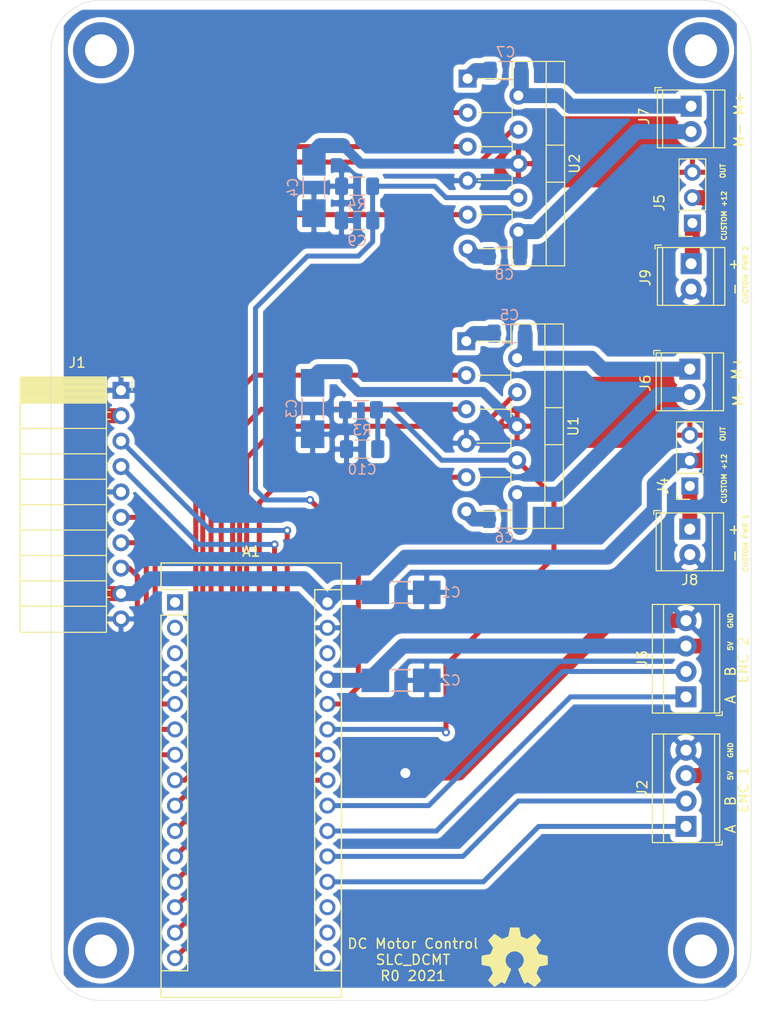
<source format=kicad_pcb>
(kicad_pcb (version 20211014) (generator pcbnew)
  (layers (0 "F.Cu" signal) (31 "B.Cu" signal) (34 "B.Paste" user) (35 "F.Paste" user) (36 "B.SilkS" user "B.Silkscreen") (37 "F.SilkS" user "F.Silkscreen") (38 "B.Mask" user) (39 "F.Mask" user) (44 "Edge.Cuts" user))
  (net 0 "")
  (net 1 "Net-(A1-Pad16)")
  (net 2 "GND")
  (net 3 "Net-(A1-Pad28)")
  (net 4 "+5V")
  (net 5 "/I2C_CLK")
  (net 6 "/I2C_DAT")
  (net 7 "/SYNC")
  (net 8 "/E_STOP")
  (net 9 "Net-(A1-Pad3)")
  (net 10 "Net-(A1-Pad18)")
  (net 11 "Net-(A1-Pad2)")
  (net 12 "Net-(A1-Pad17)")
  (net 13 "Net-(A1-Pad1)")
  (net 14 "+12V")
  (net 15 "/INT")
  (net 16 "/A1")
  (net 17 "/B1")
  (net 18 "/A2")
  (net 19 "/B2")
  (net 20 "/BR1")
  (net 21 "/BR2")
  (net 22 "/CSEN1")
  (net 23 "/DIR1")
  (net 24 "/CSEN2")
  (net 25 "/DIR2")
  (net 26 "/MC1")
  (net 27 "/MC2")
  (net 28 "/THRM1")
  (net 29 "/THRM2")
  (net 30 "Net-(C3-Pad1)")
  (net 31 "Net-(C4-Pad1)")
  (net 32 "Net-(C5-Pad2)")
  (net 33 "Net-(C5-Pad1)")
  (net 34 "Net-(C6-Pad2)")
  (net 35 "Net-(C6-Pad1)")
  (net 36 "Net-(C7-Pad2)")
  (net 37 "Net-(C7-Pad1)")
  (net 38 "Net-(C8-Pad2)")
  (net 39 "Net-(C8-Pad1)")
  (net 40 "/CUST2")
  (net 41 "/CUST1")
  (footprint "MountingHole:MountingHole_3.2mm_M3_DIN965_Pad" (layer "F.Cu") (at 127.6 44.8)
    (fp_text reference "H1" hide)
    (fp_text value "MountingHole")
    (pad "1" thru_hole circle locked (at 0 0) (size 5.6 5.6) (drill 3.2) (layers *.Cu *.Mask))
  )
  (footprint "MountingHole:MountingHole_3.2mm_M3_DIN965_Pad" (layer "F.Cu") (at 187.6 44.8)
    (fp_text reference "H2" hide)
    (fp_text value "MountingHole")
    (pad "1" thru_hole circle locked (at 0 0) (size 5.6 5.6) (drill 3.2) (layers *.Cu *.Mask))
  )
  (footprint "MountingHole:MountingHole_3.2mm_M3_DIN965_Pad" (layer "F.Cu") (at 127.6 134.8)
    (fp_text reference "H3" hide)
    (fp_text value "MountingHole")
    (pad "1" thru_hole circle locked (at 0 0) (size 5.6 5.6) (drill 3.2) (layers *.Cu *.Mask))
  )
  (footprint "MountingHole:MountingHole_3.2mm_M3_DIN965_Pad" (layer "F.Cu") (at 187.6 134.8)
    (fp_text reference "H4" hide)
    (fp_text value "MountingHole")
    (pad "1" thru_hole circle locked (at 0 0) (size 5.6 5.6) (drill 3.2) (layers *.Cu *.Mask))
  )
  (footprint "Module:Arduino_Nano" (layer "F.Cu") (at 135 100)
    (fp_text reference "A1" (at 7.62 -5.08) (layer "F.SilkS"))
    (fp_text value "Arduino_Nano_v3.x")
    (pad "1" thru_hole rect locked (at 0 0) (size 1.6 1.6) (drill 1) (layers *.Cu *.Mask) (net 13 "Net-(A1-Pad1)"))
    (pad "2" thru_hole oval locked (at 0 2.54) (size 1.6 1.6) (drill 1) (layers *.Cu *.Mask) (net 11 "Net-(A1-Pad2)"))
    (pad "3" thru_hole oval locked (at 0 5.08) (size 1.6 1.6) (drill 1) (layers *.Cu *.Mask) (net 9 "Net-(A1-Pad3)"))
    (pad "4" thru_hole oval locked (at 0 7.62) (size 1.6 1.6) (drill 1) (layers *.Cu *.Mask) (net 2 "GND"))
    (pad "5" thru_hole oval locked (at 0 10.16) (size 1.6 1.6) (drill 1) (layers *.Cu *.Mask) (net 8 "/E_STOP"))
    (pad "6" thru_hole oval locked (at 0 12.7) (size 1.6 1.6) (drill 1) (layers *.Cu *.Mask) (net 15 "/INT"))
    (pad "7" thru_hole oval locked (at 0 15.24) (size 1.6 1.6) (drill 1) (layers *.Cu *.Mask) (net 7 "/SYNC"))
    (pad "8" thru_hole oval locked (at 0 17.78) (size 1.6 1.6) (drill 1) (layers *.Cu *.Mask) (net 25 "/DIR2"))
    (pad "9" thru_hole oval locked (at 0 20.32) (size 1.6 1.6) (drill 1) (layers *.Cu *.Mask) (net 27 "/MC2"))
    (pad "10" thru_hole oval locked (at 0 22.86) (size 1.6 1.6) (drill 1) (layers *.Cu *.Mask) (net 21 "/BR2"))
    (pad "11" thru_hole oval locked (at 0 25.4) (size 1.6 1.6) (drill 1) (layers *.Cu *.Mask) (net 29 "/THRM2"))
    (pad "12" thru_hole oval locked (at 0 27.94) (size 1.6 1.6) (drill 1) (layers *.Cu *.Mask) (net 23 "/DIR1"))
    (pad "13" thru_hole oval locked (at 0 30.48) (size 1.6 1.6) (drill 1) (layers *.Cu *.Mask) (net 26 "/MC1"))
    (pad "14" thru_hole oval locked (at 0 33.02) (size 1.6 1.6) (drill 1) (layers *.Cu *.Mask) (net 20 "/BR1"))
    (pad "15" thru_hole oval locked (at 0 35.56) (size 1.6 1.6) (drill 1) (layers *.Cu *.Mask) (net 28 "/THRM1"))
    (pad "16" thru_hole oval locked (at 15.24 35.56) (size 1.6 1.6) (drill 1) (layers *.Cu *.Mask) (net 1 "Net-(A1-Pad16)"))
    (pad "17" thru_hole oval locked (at 15.24 33.02) (size 1.6 1.6) (drill 1) (layers *.Cu *.Mask) (net 12 "Net-(A1-Pad17)"))
    (pad "18" thru_hole oval locked (at 15.24 30.48) (size 1.6 1.6) (drill 1) (layers *.Cu *.Mask) (net 10 "Net-(A1-Pad18)"))
    (pad "19" thru_hole oval locked (at 15.24 27.94) (size 1.6 1.6) (drill 1) (layers *.Cu *.Mask) (net 16 "/A1"))
    (pad "20" thru_hole oval locked (at 15.24 25.4) (size 1.6 1.6) (drill 1) (layers *.Cu *.Mask) (net 17 "/B1"))
    (pad "21" thru_hole oval locked (at 15.24 22.86) (size 1.6 1.6) (drill 1) (layers *.Cu *.Mask) (net 18 "/A2"))
    (pad "22" thru_hole oval locked (at 15.24 20.32) (size 1.6 1.6) (drill 1) (layers *.Cu *.Mask) (net 19 "/B2"))
    (pad "23" thru_hole oval locked (at 15.24 17.78) (size 1.6 1.6) (drill 1) (layers *.Cu *.Mask) (net 6 "/I2C_DAT"))
    (pad "24" thru_hole oval locked (at 15.24 15.24) (size 1.6 1.6) (drill 1) (layers *.Cu *.Mask) (net 5 "/I2C_CLK"))
    (pad "25" thru_hole oval locked (at 15.24 12.7) (size 1.6 1.6) (drill 1) (layers *.Cu *.Mask) (net 22 "/CSEN1"))
    (pad "26" thru_hole oval locked (at 15.24 10.16) (size 1.6 1.6) (drill 1) (layers *.Cu *.Mask) (net 24 "/CSEN2"))
    (pad "27" thru_hole oval locked (at 15.24 7.62) (size 1.6 1.6) (drill 1) (layers *.Cu *.Mask) (net 4 "+5V"))
    (pad "28" thru_hole oval locked (at 15.24 5.08) (size 1.6 1.6) (drill 1) (layers *.Cu *.Mask) (net 3 "Net-(A1-Pad28)"))
    (pad "29" thru_hole oval locked (at 15.24 2.54) (size 1.6 1.6) (drill 1) (layers *.Cu *.Mask) (net 2 "GND"))
    (pad "30" thru_hole oval locked (at 15.24 0) (size 1.6 1.6) (drill 1) (layers *.Cu *.Mask) (net 14 "+12V"))
  )
  (footprint "Connector_PinSocket_2.54mm:PinSocket_1x10_P2.54mm_Horizontal" (layer "F.Cu") (at 129.6 78.8)
    (fp_text reference "J1" (at -4.38 -2.77) (layer "F.SilkS"))
    (fp_text value "Conn_01x10_Female")
    (pad "1" thru_hole rect locked (at 0 0) (size 1.7 1.7) (drill 1) (layers *.Cu *.Mask) (net 2 "GND"))
    (pad "2" thru_hole oval locked (at 0 2.54) (size 1.7 1.7) (drill 1) (layers *.Cu *.Mask) (net 14 "+12V"))
    (pad "3" thru_hole oval locked (at 0 5.08) (size 1.7 1.7) (drill 1) (layers *.Cu *.Mask) (net 5 "/I2C_CLK"))
    (pad "4" thru_hole oval locked (at 0 7.62) (size 1.7 1.7) (drill 1) (layers *.Cu *.Mask) (net 6 "/I2C_DAT"))
    (pad "5" thru_hole oval locked (at 0 10.16) (size 1.7 1.7) (drill 1) (layers *.Cu *.Mask) (net 2 "GND"))
    (pad "6" thru_hole oval locked (at 0 12.7) (size 1.7 1.7) (drill 1) (layers *.Cu *.Mask) (net 8 "/E_STOP"))
    (pad "7" thru_hole oval locked (at 0 15.24) (size 1.7 1.7) (drill 1) (layers *.Cu *.Mask) (net 15 "/INT"))
    (pad "8" thru_hole oval locked (at 0 17.78) (size 1.7 1.7) (drill 1) (layers *.Cu *.Mask) (net 7 "/SYNC"))
    (pad "9" thru_hole oval locked (at 0 20.32) (size 1.7 1.7) (drill 1) (layers *.Cu *.Mask) (net 14 "+12V"))
    (pad "10" thru_hole oval locked (at 0 22.86) (size 1.7 1.7) (drill 1) (layers *.Cu *.Mask) (net 2 "GND"))
  )
  (footprint "Symbol:OSHW-Symbol_6.7x6mm_SilkScreen" (layer "F.Cu") (at 168.955 135.482)
    (fp_text reference "Logo1" hide)
    (fp_text value "Logo_Open_Hardware_Small" hide)
  )
  (footprint "TerminalBlock_TE-Connectivity:TerminalBlock_TE_282834-4_1x04_P2.54mm_Horizontal" (layer "F.Cu") (at 186.1 122.401 90)
    (fp_text reference "J2" (at 3.81 -4.37 90) (layer "F.SilkS"))
    (fp_text value "Screw_Terminal_01x04")
    (pad "1" thru_hole rect locked (at 0 0 90) (size 2.1 2.1) (drill 1.1) (layers *.Cu *.Mask) (net 16 "/A1"))
    (pad "2" thru_hole circle locked (at 2.54 0 90) (size 2.1 2.1) (drill 1.1) (layers *.Cu *.Mask) (net 17 "/B1"))
    (pad "3" thru_hole circle locked (at 5.08 0 90) (size 2.1 2.1) (drill 1.1) (layers *.Cu *.Mask) (net 4 "+5V"))
    (pad "4" thru_hole circle locked (at 7.62 0 90) (size 2.1 2.1) (drill 1.1) (layers *.Cu *.Mask) (net 2 "GND"))
  )
  (footprint "TerminalBlock_TE-Connectivity:TerminalBlock_TE_282834-4_1x04_P2.54mm_Horizontal" (layer "F.Cu") (at 186.1 109.447 90)
    (fp_text reference "J3" (at 3.81 -4.37 90) (layer "F.SilkS"))
    (fp_text value "Screw_Terminal_01x04")
    (pad "1" thru_hole rect locked (at 0 0 90) (size 2.1 2.1) (drill 1.1) (layers *.Cu *.Mask) (net 18 "/A2"))
    (pad "2" thru_hole circle locked (at 2.54 0 90) (size 2.1 2.1) (drill 1.1) (layers *.Cu *.Mask) (net 19 "/B2"))
    (pad "3" thru_hole circle locked (at 5.08 0 90) (size 2.1 2.1) (drill 1.1) (layers *.Cu *.Mask) (net 4 "+5V"))
    (pad "4" thru_hole circle locked (at 7.62 0 90) (size 2.1 2.1) (drill 1.1) (layers *.Cu *.Mask) (net 2 "GND"))
  )
  (footprint "Connector_PinSocket_2.54mm:PinSocket_1x03_P2.54mm_Vertical" (layer "F.Cu") (at 186.481 88.365 180)
    (fp_text reference "J4" (at 2.667 0 270) (layer "F.SilkS"))
    (fp_text value "Conn_01x03_Male")
    (pad "1" thru_hole rect locked (at 0 0 180) (size 1.7 1.7) (drill 1) (layers *.Cu *.Mask) (net 41 "/CUST1"))
    (pad "2" thru_hole oval locked (at 0 2.54 180) (size 1.7 1.7) (drill 1) (layers *.Cu *.Mask) (net 14 "+12V"))
    (pad "3" thru_hole oval locked (at 0 5.08 180) (size 1.7 1.7) (drill 1) (layers *.Cu *.Mask) (net 30 "Net-(C3-Pad1)"))
  )
  (footprint "Connector_PinSocket_2.54mm:PinSocket_1x03_P2.54mm_Vertical" (layer "F.Cu") (at 186.735 62.076 180)
    (fp_text reference "J5" (at 3.302 2.032 90) (layer "F.SilkS"))
    (fp_text value "Conn_01x03_Male")
    (pad "1" thru_hole rect locked (at 0 0 180) (size 1.7 1.7) (drill 1) (layers *.Cu *.Mask) (net 40 "/CUST2"))
    (pad "2" thru_hole oval locked (at 0 2.54 180) (size 1.7 1.7) (drill 1) (layers *.Cu *.Mask) (net 14 "+12V"))
    (pad "3" thru_hole oval locked (at 0 5.08 180) (size 1.7 1.7) (drill 1) (layers *.Cu *.Mask) (net 31 "Net-(C4-Pad1)"))
  )
  (footprint "TerminalBlock_TE-Connectivity:TerminalBlock_TE_282834-2_1x02_P2.54mm_Horizontal" (layer "F.Cu") (at 186.481 76.681 -90)
    (fp_text reference "J6" (at 1.397 4.445 90) (layer "F.SilkS"))
    (fp_text value "Screw_Terminal_01x02")
    (pad "1" thru_hole rect locked (at 0 0 270) (size 2.1 2.1) (drill 1.1) (layers *.Cu *.Mask) (net 33 "Net-(C5-Pad1)"))
    (pad "2" thru_hole circle locked (at 2.54 0 270) (size 2.1 2.1) (drill 1.1) (layers *.Cu *.Mask) (net 34 "Net-(C6-Pad2)"))
  )
  (footprint "TerminalBlock_TE-Connectivity:TerminalBlock_TE_282834-2_1x02_P2.54mm_Horizontal" (layer "F.Cu") (at 186.608 50.392 -90)
    (fp_text reference "J7" (at 1.016 4.699 90) (layer "F.SilkS"))
    (fp_text value "Screw_Terminal_01x02")
    (pad "1" thru_hole rect locked (at 0 0 270) (size 2.1 2.1) (drill 1.1) (layers *.Cu *.Mask) (net 37 "Net-(C7-Pad1)"))
    (pad "2" thru_hole circle locked (at 2.54 0 270) (size 2.1 2.1) (drill 1.1) (layers *.Cu *.Mask) (net 38 "Net-(C8-Pad2)"))
  )
  (footprint "TerminalBlock_TE-Connectivity:TerminalBlock_TE_282834-2_1x02_P2.54mm_Horizontal" (layer "F.Cu") (at 186.481 92.683 -90)
    (fp_text reference "J8" (at 5.08 0 180) (layer "F.SilkS"))
    (fp_text value "Screw_Terminal_01x02")
    (pad "1" thru_hole rect locked (at 0 0 270) (size 2.1 2.1) (drill 1.1) (layers *.Cu *.Mask) (net 41 "/CUST1"))
    (pad "2" thru_hole circle locked (at 2.54 0 270) (size 2.1 2.1) (drill 1.1) (layers *.Cu *.Mask) (net 2 "GND"))
  )
  (footprint "TerminalBlock_TE-Connectivity:TerminalBlock_TE_282834-2_1x02_P2.54mm_Horizontal" (layer "F.Cu") (at 186.608 66.14 -90)
    (fp_text reference "J9" (at 1.397 4.572 90) (layer "F.SilkS"))
    (fp_text value "Screw_Terminal_01x02")
    (pad "1" thru_hole rect locked (at 0 0 270) (size 2.1 2.1) (drill 1.1) (layers *.Cu *.Mask) (net 40 "/CUST2"))
    (pad "2" thru_hole circle locked (at 2.54 0 270) (size 2.1 2.1) (drill 1.1) (layers *.Cu *.Mask) (net 2 "GND"))
  )
  (footprint "Package_TO_SOT_THT:TO-220-11_P3.4x5.08mm_StaggerOdd_Lead4.85mm_Vertical" (layer "F.Cu") (at 164.129 73.887 -90)
    (fp_text reference "U1" (at 8.5 -10.7 90) (layer "F.SilkS"))
    (fp_text value "LMD18200")
    (pad "1" thru_hole rect locked (at 0 0 270) (size 1.8 1.8) (drill 1) (layers *.Cu *.Mask) (net 32 "Net-(C5-Pad2)"))
    (pad "2" thru_hole oval locked (at 1.7 -5.08 270) (size 1.8 1.8) (drill 1) (layers *.Cu *.Mask) (net 33 "Net-(C5-Pad1)"))
    (pad "3" thru_hole oval locked (at 3.4 0 270) (size 1.8 1.8) (drill 1) (layers *.Cu *.Mask) (net 23 "/DIR1"))
    (pad "4" thru_hole oval locked (at 5.1 -5.08 270) (size 1.8 1.8) (drill 1) (layers *.Cu *.Mask) (net 20 "/BR1"))
    (pad "5" thru_hole oval locked (at 6.8 0 270) (size 1.8 1.8) (drill 1) (layers *.Cu *.Mask) (net 26 "/MC1"))
    (pad "6" thru_hole oval locked (at 8.5 -5.08 270) (size 1.8 1.8) (drill 1) (layers *.Cu *.Mask) (net 30 "Net-(C3-Pad1)"))
    (pad "7" thru_hole oval locked (at 10.2 0 270) (size 1.8 1.8) (drill 1) (layers *.Cu *.Mask) (net 2 "GND"))
    (pad "8" thru_hole oval locked (at 11.9 -5.08 270) (size 1.8 1.8) (drill 1) (layers *.Cu *.Mask) (net 22 "/CSEN1"))
    (pad "9" thru_hole oval locked (at 13.6 0 270) (size 1.8 1.8) (drill 1) (layers *.Cu *.Mask) (net 28 "/THRM1"))
    (pad "10" thru_hole oval locked (at 15.3 -5.08 270) (size 1.8 1.8) (drill 1) (layers *.Cu *.Mask) (net 34 "Net-(C6-Pad2)"))
    (pad "11" thru_hole oval locked (at 17 0 270) (size 1.8 1.8) (drill 1) (layers *.Cu *.Mask) (net 35 "Net-(C6-Pad1)"))
  )
  (footprint "Package_TO_SOT_THT:TO-220-11_P3.4x5.08mm_StaggerOdd_Lead4.85mm_Vertical" (layer "F.Cu") (at 164.256 47.636 -90)
    (fp_text reference "U2" (at 8.5 -10.7 90) (layer "F.SilkS"))
    (fp_text value "LMD18200")
    (pad "1" thru_hole rect locked (at 0 0 270) (size 1.8 1.8) (drill 1) (layers *.Cu *.Mask) (net 36 "Net-(C7-Pad2)"))
    (pad "2" thru_hole oval locked (at 1.7 -5.08 270) (size 1.8 1.8) (drill 1) (layers *.Cu *.Mask) (net 37 "Net-(C7-Pad1)"))
    (pad "3" thru_hole oval locked (at 3.4 0 270) (size 1.8 1.8) (drill 1) (layers *.Cu *.Mask) (net 25 "/DIR2"))
    (pad "4" thru_hole oval locked (at 5.1 -5.08 270) (size 1.8 1.8) (drill 1) (layers *.Cu *.Mask) (net 21 "/BR2"))
    (pad "5" thru_hole oval locked (at 6.8 0 270) (size 1.8 1.8) (drill 1) (layers *.Cu *.Mask) (net 27 "/MC2"))
    (pad "6" thru_hole oval locked (at 8.5 -5.08 270) (size 1.8 1.8) (drill 1) (layers *.Cu *.Mask) (net 31 "Net-(C4-Pad1)"))
    (pad "7" thru_hole oval locked (at 10.2 0 270) (size 1.8 1.8) (drill 1) (layers *.Cu *.Mask) (net 2 "GND"))
    (pad "8" thru_hole oval locked (at 11.9 -5.08 270) (size 1.8 1.8) (drill 1) (layers *.Cu *.Mask) (net 24 "/CSEN2"))
    (pad "9" thru_hole oval locked (at 13.6 0 270) (size 1.8 1.8) (drill 1) (layers *.Cu *.Mask) (net 29 "/THRM2"))
    (pad "10" thru_hole oval locked (at 15.3 -5.08 270) (size 1.8 1.8) (drill 1) (layers *.Cu *.Mask) (net 38 "Net-(C8-Pad2)"))
    (pad "11" thru_hole oval locked (at 17 0 270) (size 1.8 1.8) (drill 1) (layers *.Cu *.Mask) (net 39 "Net-(C8-Pad1)"))
  )
  (footprint "Module:Arduino_Nano" (layer "F.Cu") (at 135 100)
    (fp_text reference "A1" (at 7.62 -5.08) (layer "F.SilkS"))
    (fp_text value "Arduino_Nano_v3.x")
    (pad "1" thru_hole rect locked (at 0 0) (size 1.6 1.6) (drill 1) (layers *.Cu *.Mask) (net 13 "Net-(A1-Pad1)"))
    (pad "2" thru_hole oval locked (at 0 2.54) (size 1.6 1.6) (drill 1) (layers *.Cu *.Mask) (net 11 "Net-(A1-Pad2)"))
    (pad "3" thru_hole oval locked (at 0 5.08) (size 1.6 1.6) (drill 1) (layers *.Cu *.Mask) (net 9 "Net-(A1-Pad3)"))
    (pad "4" thru_hole oval locked (at 0 7.62) (size 1.6 1.6) (drill 1) (layers *.Cu *.Mask) (net 2 "GND"))
    (pad "5" thru_hole oval locked (at 0 10.16) (size 1.6 1.6) (drill 1) (layers *.Cu *.Mask) (net 8 "/E_STOP"))
    (pad "6" thru_hole oval locked (at 0 12.7) (size 1.6 1.6) (drill 1) (layers *.Cu *.Mask) (net 15 "/INT"))
    (pad "7" thru_hole oval locked (at 0 15.24) (size 1.6 1.6) (drill 1) (layers *.Cu *.Mask) (net 7 "/SYNC"))
    (pad "8" thru_hole oval locked (at 0 17.78) (size 1.6 1.6) (drill 1) (layers *.Cu *.Mask) (net 25 "/DIR2"))
    (pad "9" thru_hole oval locked (at 0 20.32) (size 1.6 1.6) (drill 1) (layers *.Cu *.Mask) (net 27 "/MC2"))
    (pad "10" thru_hole oval locked (at 0 22.86) (size 1.6 1.6) (drill 1) (layers *.Cu *.Mask) (net 21 "/BR2"))
    (pad "11" thru_hole oval locked (at 0 25.4) (size 1.6 1.6) (drill 1) (layers *.Cu *.Mask) (net 29 "/THRM2"))
    (pad "12" thru_hole oval locked (at 0 27.94) (size 1.6 1.6) (drill 1) (layers *.Cu *.Mask) (net 23 "/DIR1"))
    (pad "13" thru_hole oval locked (at 0 30.48) (size 1.6 1.6) (drill 1) (layers *.Cu *.Mask) (net 26 "/MC1"))
    (pad "14" thru_hole oval locked (at 0 33.02) (size 1.6 1.6) (drill 1) (layers *.Cu *.Mask) (net 20 "/BR1"))
    (pad "15" thru_hole oval locked (at 0 35.56) (size 1.6 1.6) (drill 1) (layers *.Cu *.Mask) (net 28 "/THRM1"))
    (pad "16" thru_hole oval locked (at 15.24 35.56) (size 1.6 1.6) (drill 1) (layers *.Cu *.Mask) (net 1 "Net-(A1-Pad16)"))
    (pad "17" thru_hole oval locked (at 15.24 33.02) (size 1.6 1.6) (drill 1) (layers *.Cu *.Mask) (net 12 "Net-(A1-Pad17)"))
    (pad "18" thru_hole oval locked (at 15.24 30.48) (size 1.6 1.6) (drill 1) (layers *.Cu *.Mask) (net 10 "Net-(A1-Pad18)"))
    (pad "19" thru_hole oval locked (at 15.24 27.94) (size 1.6 1.6) (drill 1) (layers *.Cu *.Mask) (net 16 "/A1"))
    (pad "20" thru_hole oval locked (at 15.24 25.4) (size 1.6 1.6) (drill 1) (layers *.Cu *.Mask) (net 17 "/B1"))
    (pad "21" thru_hole oval locked (at 15.24 22.86) (size 1.6 1.6) (drill 1) (layers *.Cu *.Mask) (net 18 "/A2"))
    (pad "22" thru_hole oval locked (at 15.24 20.32) (size 1.6 1.6) (drill 1) (layers *.Cu *.Mask) (net 19 "/B2"))
    (pad "23" thru_hole oval locked (at 15.24 17.78) (size 1.6 1.6) (drill 1) (layers *.Cu *.Mask) (net 6 "/I2C_DAT"))
    (pad "24" thru_hole oval locked (at 15.24 15.24) (size 1.6 1.6) (drill 1) (layers *.Cu *.Mask) (net 5 "/I2C_CLK"))
    (pad "25" thru_hole oval locked (at 15.24 12.7) (size 1.6 1.6) (drill 1) (layers *.Cu *.Mask) (net 22 "/CSEN1"))
    (pad "26" thru_hole oval locked (at 15.24 10.16) (size 1.6 1.6) (drill 1) (layers *.Cu *.Mask) (net 24 "/CSEN2"))
    (pad "27" thru_hole oval locked (at 15.24 7.62) (size 1.6 1.6) (drill 1) (layers *.Cu *.Mask) (net 4 "+5V"))
    (pad "28" thru_hole oval locked (at 15.24 5.08) (size 1.6 1.6) (drill 1) (layers *.Cu *.Mask) (net 3 "Net-(A1-Pad28)"))
    (pad "29" thru_hole oval locked (at 15.24 2.54) (size 1.6 1.6) (drill 1) (layers *.Cu *.Mask) (net 2 "GND"))
    (pad "30" thru_hole oval locked (at 15.24 0) (size 1.6 1.6) (drill 1) (layers *.Cu *.Mask) (net 14 "+12V"))
  )
  (footprint "OCI_UPL_FOOTPRINTS:C_2312" (layer "B.Cu") (at 157.6 107.8)
    (fp_text reference "C2" (at 5 0) (layer "B.SilkS") (effects (justify mirror)))
    (fp_text value "10uF_t")
    (pad "1" smd rect locked (at -2.57 0) (size 2.77 2.35) (layers "B.Cu" "B.Paste" "B.Mask") (net 4 "+5V"))
    (pad "2" smd rect locked (at 2.57 0) (size 2.77 2.35) (layers "B.Cu" "B.Paste" "B.Mask") (net 2 "GND"))
  )
  (footprint "OCI_UPL_FOOTPRINTS:C_2312" (layer "B.Cu") (at 157.6 99)
    (fp_text reference "C1" (at 5 0) (layer "B.SilkS") (effects (justify mirror)))
    (fp_text value "10uF_t")
    (pad "1" smd rect locked (at -2.57 0) (size 2.77 2.35) (layers "B.Cu" "B.Paste" "B.Mask") (net 14 "+12V"))
    (pad "2" smd rect locked (at 2.57 0) (size 2.77 2.35) (layers "B.Cu" "B.Paste" "B.Mask") (net 2 "GND"))
  )
  (footprint "OCI_UPL_FOOTPRINTS:C_2312" (layer "B.Cu") (at 148.762 80.618 -90)
    (fp_text reference "C3" (at 0 2.1 -90) (layer "B.SilkS") (effects (justify mirror)))
    (fp_text value "10uF_t")
    (pad "1" smd rect locked (at -2.57 0 270) (size 2.77 2.35) (layers "B.Cu" "B.Paste" "B.Mask") (net 30 "Net-(C3-Pad1)"))
    (pad "2" smd rect locked (at 2.57 0 270) (size 2.77 2.35) (layers "B.Cu" "B.Paste" "B.Mask") (net 2 "GND"))
  )
  (footprint "OCI_UPL_FOOTPRINTS:C_2312" (layer "B.Cu") (at 148.889 58.52 -90)
    (fp_text reference "C4" (at 0 2.1 -90) (layer "B.SilkS") (effects (justify mirror)))
    (fp_text value "10uF_t")
    (pad "1" smd rect locked (at -2.57 0 270) (size 2.77 2.35) (layers "B.Cu" "B.Paste" "B.Mask") (net 31 "Net-(C4-Pad1)"))
    (pad "2" smd rect locked (at 2.57 0 270) (size 2.77 2.35) (layers "B.Cu" "B.Paste" "B.Mask") (net 2 "GND"))
  )
  (footprint "Capacitor_SMD:C_1206_3216Metric_Pad1.33x1.80mm_HandSolder" (layer "B.Cu") (at 168.447 73.125 180)
    (fp_text reference "C5" (at 0 1.85) (layer "B.SilkS") (effects (justify mirror)))
    (fp_text value "10 nF")
    (pad "1" smd roundrect locked (at -1.5625 0 180) (size 1.325 1.8) (layers "B.Cu" "B.Paste" "B.Mask") (roundrect_rratio 0.1886784906) (net 33 "Net-(C5-Pad1)"))
    (pad "2" smd roundrect locked (at 1.5625 0 180) (size 1.325 1.8) (layers "B.Cu" "B.Paste" "B.Mask") (roundrect_rratio 0.1886784906) (net 32 "Net-(C5-Pad2)"))
  )
  (footprint "Capacitor_SMD:C_1206_3216Metric_Pad1.33x1.80mm_HandSolder" (layer "B.Cu") (at 167.939 91.667)
    (fp_text reference "C6" (at 0 1.85) (layer "B.SilkS") (effects (justify mirror)))
    (fp_text value "10 nF")
    (pad "1" smd roundrect locked (at -1.5625 0) (size 1.325 1.8) (layers "B.Cu" "B.Paste" "B.Mask") (roundrect_rratio 0.1886784906) (net 35 "Net-(C6-Pad1)"))
    (pad "2" smd roundrect locked (at 1.5625 0) (size 1.325 1.8) (layers "B.Cu" "B.Paste" "B.Mask") (roundrect_rratio 0.1886784906) (net 34 "Net-(C6-Pad2)"))
  )
  (footprint "Capacitor_SMD:C_1206_3216Metric_Pad1.33x1.80mm_HandSolder" (layer "B.Cu") (at 168.066 46.836 180)
    (fp_text reference "C7" (at 0 1.85) (layer "B.SilkS") (effects (justify mirror)))
    (fp_text value "10 nF")
    (pad "1" smd roundrect locked (at -1.5625 0 180) (size 1.325 1.8) (layers "B.Cu" "B.Paste" "B.Mask") (roundrect_rratio 0.1886784906) (net 37 "Net-(C7-Pad1)"))
    (pad "2" smd roundrect locked (at 1.5625 0 180) (size 1.325 1.8) (layers "B.Cu" "B.Paste" "B.Mask") (roundrect_rratio 0.1886784906) (net 36 "Net-(C7-Pad2)"))
  )
  (footprint "Capacitor_SMD:C_1206_3216Metric_Pad1.33x1.80mm_HandSolder" (layer "B.Cu") (at 167.939 65.378)
    (fp_text reference "C8" (at 0 1.85) (layer "B.SilkS") (effects (justify mirror)))
    (fp_text value "10 nF")
    (pad "1" smd roundrect locked (at -1.5625 0) (size 1.325 1.8) (layers "B.Cu" "B.Paste" "B.Mask") (roundrect_rratio 0.1886784906) (net 39 "Net-(C8-Pad1)"))
    (pad "2" smd roundrect locked (at 1.5625 0) (size 1.325 1.8) (layers "B.Cu" "B.Paste" "B.Mask") (roundrect_rratio 0.1886784906) (net 38 "Net-(C8-Pad2)"))
  )
  (footprint "Resistor_SMD:R_1206_3216Metric_Pad1.30x1.75mm_HandSolder" (layer "B.Cu") (at 153.588 80.745 180)
    (fp_text reference "R3" (at -0.127 -2.032) (layer "B.SilkS") (effects (justify mirror)))
    (fp_text value "2.2 k")
    (pad "1" smd roundrect locked (at -1.55 0 180) (size 1.3 1.75) (layers "B.Cu" "B.Paste" "B.Mask") (roundrect_rratio 0.1923076923) (net 22 "/CSEN1"))
    (pad "2" smd roundrect locked (at 1.55 0 180) (size 1.3 1.75) (layers "B.Cu" "B.Paste" "B.Mask") (roundrect_rratio 0.1923076923) (net 2 "GND"))
  )
  (footprint "Resistor_SMD:R_1206_3216Metric_Pad1.30x1.75mm_HandSolder" (layer "B.Cu") (at 153.207 58.393 180)
    (fp_text reference "R4" (at 0 -1.778 180) (layer "B.SilkS") (effects (justify mirror)))
    (fp_text value "2.2 k")
    (pad "1" smd roundrect locked (at -1.55 0 180) (size 1.3 1.75) (layers "B.Cu" "B.Paste" "B.Mask") (roundrect_rratio 0.1923076923) (net 24 "/CSEN2"))
    (pad "2" smd roundrect locked (at 1.55 0 180) (size 1.3 1.75) (layers "B.Cu" "B.Paste" "B.Mask") (roundrect_rratio 0.1923076923) (net 2 "GND"))
  )
  (footprint "Capacitor_SMD:C_1206_3216Metric_Pad1.33x1.80mm_HandSolder" (layer "B.Cu") (at 153.207 61.822 180)
    (fp_text reference "C9" (at 0 -2.032) (layer "B.SilkS") (effects (justify mirror)))
    (fp_text value "10 nF")
    (pad "1" smd roundrect locked (at -1.5625 0 180) (size 1.325 1.8) (layers "B.Cu" "B.Paste" "B.Mask") (roundrect_rratio 0.1886784906) (net 24 "/CSEN2"))
    (pad "2" smd roundrect locked (at 1.5625 0 180) (size 1.325 1.8) (layers "B.Cu" "B.Paste" "B.Mask") (roundrect_rratio 0.1886784906) (net 2 "GND"))
  )
  (footprint "Capacitor_SMD:C_1206_3216Metric_Pad1.33x1.80mm_HandSolder" (layer "B.Cu") (at 153.715 84.682 180)
    (fp_text reference "C10" (at 0 -2.032) (layer "B.SilkS") (effects (justify mirror)))
    (fp_text value "10 nF")
    (pad "1" smd roundrect locked (at -1.5625 0 180) (size 1.325 1.8) (layers "B.Cu" "B.Paste" "B.Mask") (roundrect_rratio 0.1886784906) (net 22 "/CSEN1"))
    (pad "2" smd roundrect locked (at 1.5625 0 180) (size 1.325 1.8) (layers "B.Cu" "B.Paste" "B.Mask") (roundrect_rratio 0.1886784906) (net 2 "GND"))
  )
  (gr_line (start 192.6 44.8) (end 192.6 134.8) (layer "Edge.Cuts") (width 0.05))
  (gr_arc (start 187.6 39.8) (mid 191.135534 41.264466) (end 192.6 44.8) (layer "Edge.Cuts") (width 0.05))
  (gr_line (start 122.6 134.8) (end 122.6 44.8) (layer "Edge.Cuts") (width 0.05))
  (gr_line (start 127.6 139.8) (end 187.6 139.8) (layer "Edge.Cuts") (width 0.05))
  (gr_arc (start 127.6 139.8) (mid 124.064466 138.335534) (end 122.6 134.8) (layer "Edge.Cuts") (width 0.05))
  (gr_line (start 127.6 39.8) (end 187.6 39.8) (layer "Edge.Cuts") (width 0.05))
  (gr_arc (start 192.6 134.8) (mid 191.135534 138.335534) (end 187.6 139.8) (layer "Edge.Cuts") (width 0.05))
  (gr_arc (start 122.6 44.8) (mid 124.064466 41.264466) (end 127.6 39.8) (layer "Edge.Cuts") (width 0.05))
  (gr_text "CUSTOM PWR 2" (at 192.069 67.283 90) (layer "F.SilkS") (effects (font (size 0.5 0.5) (thickness 0.125))))
  (gr_text "CUSTOM" (at 189.91 62.33 90) (layer "F.SilkS") (effects (font (size 0.5 0.5) (thickness 0.125))))
  (gr_text "+12" (at 189.91 59.663 90) (layer "F.SilkS") (effects (font (size 0.5 0.5) (thickness 0.125))))
  (gr_text "OUT" (at 189.783 56.869 90) (layer "F.SilkS") (effects (font (size 0.5 0.5) (thickness 0.125))))
  (gr_text "5V" (at 190.545 104.367 90) (layer "F.SilkS") (effects (font (size 0.5 0.5) (thickness 0.125))))
  (gr_text "B" (at 190.545 106.907 90) (layer "F.SilkS") (effects (font (size 1 1))))
  (gr_text "A" (at 190.545 109.701 90) (layer "F.SilkS") (effects (font (size 1 1))))
  (gr_text "GND" (at 190.545 101.827 90) (layer "F.SilkS") (effects (font (size 0.5 0.5) (thickness 0.125))))
  (gr_text "M+" (at 191.434 50.138 90) (layer "F.SilkS") (effects (font (size 1 1))))
  (gr_text "M+" (at 191.18 76.554 90) (layer "F.SilkS") (effects (font (size 1 1))))
  (gr_text "+12" (at 189.91 85.952 90) (layer "F.SilkS") (effects (font (size 0.5 0.5) (thickness 0.125))))
  (gr_text "CUSTOM" (at 189.91 88.619 90) (layer "F.SilkS") (effects (font (size 0.5 0.5) (thickness 0.125))))
  (gr_text "ENC 1" (at 191.815 118.718 90) (layer "F.SilkS") (effects (font (size 1 1))))
  (gr_text "DC Motor Control\nSLC_DCMT\nR0 2021" (at 158.795 135.736) (layer "F.SilkS") (effects (font (size 1 1))))
  (gr_text "CUSTOM PWR 1" (at 192.069 94.08 90) (layer "F.SilkS") (effects (font (size 0.5 0.5) (thickness 0.125))))
  (gr_text "ENC 2" (at 191.815 105.764 90) (layer "F.SilkS") (effects (font (size 1 1))))
  (gr_text "-" (at 190.926 68.68 90) (layer "F.SilkS") (effects (font (size 1 1))))
  (gr_text "OUT" (at 189.783 83.158 90) (layer "F.SilkS") (effects (font (size 0.5 0.5) (thickness 0.125))))
  (gr_text "M-" (at 191.434 53.313 90) (layer "F.SilkS") (effects (font (size 1 1))))
  (gr_text "B" (at 190.545 119.861 90) (layer "F.SilkS") (effects (font (size 1 1))))
  (gr_text "A" (at 190.545 122.655 90) (layer "F.SilkS") (effects (font (size 1 1))))
  (gr_text "M-" (at 191.307 79.221 90) (layer "F.SilkS") (effects (font (size 1 1))))
  (gr_text "+" (at 190.926 92.683) (layer "F.SilkS") (effects (font (size 1 1))))
  (gr_text "GND" (at 190.545 114.781 90) (layer "F.SilkS") (effects (font (size 0.5 0.5) (thickness 0.125))))
  (gr_text "-" (at 190.926 95.35 90) (layer "F.SilkS") (effects (font (size 1 1))))
  (gr_text "5V" (at 190.545 117.321 90) (layer "F.SilkS") (effects (font (size 0.5 0.5) (thickness 0.125))))
  (gr_text "+" (at 190.926 66.14) (layer "F.SilkS") (effects (font (size 1 1))))
  (segment (start 163.367 117.067) (end 158.033 117.067) (width 1.5) (layer "F.Cu") (net 2))
  (segment (start 186.1 101.827) (end 178.607 101.827) (width 1.5) (layer "F.Cu") (net 2))
  (segment (start 178.607 101.827) (end 163.367 117.067) (width 1.5) (layer "F.Cu") (net 2))
  (via (at 158.033 117.067) (size 1.5) (drill 1) (layers "F.Cu" "B.Cu") (net 2))
  (segment (start 187.584924 117.321) (end 186.1 117.321) (width 1.5) (layer "F.Cu") (net 4))
  (segment (start 189.402 115.503924) (end 187.584924 117.321) (width 1.5) (layer "F.Cu") (net 4))
  (segment (start 186.1 104.367) (end 188.005 104.367) (width 1.5) (layer "F.Cu") (net 4))
  (segment (start 188.005 104.367) (end 189.402 105.764) (width 1.5) (layer "F.Cu") (net 4))
  (segment (start 189.402 105.764) (end 189.402 115.503924) (width 1.5) (layer "F.Cu") (net 4))
  (segment (start 155.03 107.116) (end 157.779 104.367) (width 1.5) (layer "B.Cu") (net 4))
  (segment (start 157.779 104.367) (end 186.1 104.367) (width 1.5) (layer "B.Cu") (net 4))
  (segment (start 150.42 107.8) (end 150.24 107.62) (width 1.5) (layer "B.Cu") (net 4))
  (segment (start 155.03 107.8) (end 150.42 107.8) (width 1.5) (layer "B.Cu") (net 4))
  (segment (start 155.03 107.8) (end 155.03 107.116) (width 1.5) (layer "B.Cu") (net 4))
  (segment (start 146.222 113.638) (end 146.222 92.81) (width 0.5) (layer "F.Cu") (net 5))
  (segment (start 150.24 115.24) (end 147.824 115.24) (width 0.5) (layer "F.Cu") (net 5))
  (segment (start 147.824 115.24) (end 146.222 113.638) (width 0.5) (layer "F.Cu") (net 5))
  (via (at 146.222 92.81) (size 0.8) (drill 0.4) (layers "F.Cu" "B.Cu") (net 5))
  (segment (start 146.222 92.81) (end 138.53 92.81) (width 0.5) (layer "B.Cu") (net 5))
  (segment (start 138.53 92.81) (end 129.6 83.88) (width 0.5) (layer "B.Cu") (net 5))
  (segment (start 150.24 117.78) (end 146.173 117.78) (width 0.5) (layer "F.Cu") (net 6))
  (segment (start 146.173 117.78) (end 144.952 116.559) (width 0.5) (layer "F.Cu") (net 6))
  (segment (start 144.952 116.559) (end 144.952 94.207) (width 0.5) (layer "F.Cu") (net 6))
  (via (at 144.952 94.207) (size 0.8) (drill 0.4) (layers "F.Cu" "B.Cu") (net 6))
  (segment (start 137.387 94.207) (end 129.6 86.42) (width 0.5) (layer "B.Cu") (net 6))
  (segment (start 144.952 94.207) (end 137.387 94.207) (width 0.5) (layer "B.Cu") (net 6))
  (segment (start 131.236 97.382) (end 130.434 96.58) (width 0.5) (layer "F.Cu") (net 7))
  (segment (start 132.838 115.24) (end 131.236 113.638) (width 0.5) (layer "F.Cu") (net 7))
  (segment (start 135 115.24) (end 132.838 115.24) (width 0.5) (layer "F.Cu") (net 7))
  (segment (start 131.236 113.638) (end 131.236 97.382) (width 0.5) (layer "F.Cu") (net 7))
  (segment (start 130.434 96.58) (end 129.6 96.58) (width 0.5) (layer "F.Cu") (net 7))
  (segment (start 133.727 110.16) (end 133.014 109.447) (width 0.5) (layer "F.Cu") (net 8))
  (segment (start 133.014 109.447) (end 133.014 93.064) (width 0.5) (layer "F.Cu") (net 8))
  (segment (start 133.014 93.064) (end 131.45 91.5) (width 0.5) (layer "F.Cu") (net 8))
  (segment (start 131.45 91.5) (end 129.6 91.5) (width 0.5) (layer "F.Cu") (net 8))
  (segment (start 135 110.16) (end 133.727 110.16) (width 0.5) (layer "F.Cu") (net 8))
  (segment (start 129.6 91.5) (end 130.307 91.5) (width 0.5) (layer "B.Cu") (net 8))
  (segment (start 190.037 83.471081) (end 187.683081 85.825) (width 1.5) (layer "F.Cu") (net 14))
  (segment (start 127.259 99.12) (end 129.6 99.12) (width 1.5) (layer "F.Cu") (net 14))
  (segment (start 187.937081 59.536) (end 190.037 61.635919) (width 1.5) (layer "F.Cu") (net 14))
  (segment (start 186.735 59.536) (end 187.937081 59.536) (width 1.5) (layer "F.Cu") (net 14))
  (segment (start 187.683081 85.825) (end 186.481 85.825) (width 1.5) (layer "F.Cu") (net 14))
  (segment (start 127.974 81.34) (end 126.156 83.158) (width 1.5) (layer "F.Cu") (net 14))
  (segment (start 190.037 61.635919) (end 190.037 83.471081) (width 1.5) (layer "F.Cu") (net 14))
  (segment (start 126.156 98.017) (end 127.259 99.12) (width 1.5) (layer "F.Cu") (net 14))
  (segment (start 129.6 81.34) (end 127.974 81.34) (width 1.5) (layer "F.Cu") (net 14))
  (segment (start 126.156 83.158) (end 126.156 98.017) (width 1.5) (layer "F.Cu") (net 14))
  (segment (start 182.925 90.778) (end 182.925 88.178919) (width 1.5) (layer "B.Cu") (net 14))
  (segment (start 151.24 99) (end 150.24 100) (width 1.5) (layer "B.Cu") (net 14))
  (segment (start 129.6 99.12) (end 131.022 99.12) (width 1.5) (layer "B.Cu") (net 14))
  (segment (start 155.03 99) (end 155.03 98.48) (width 1.5) (layer "B.Cu") (net 14))
  (segment (start 185.278919 85.825) (end 186.481 85.825) (width 1.5) (layer "B.Cu") (net 14))
  (segment (start 147.876 97.636) (end 150.24 100) (width 1.5) (layer "B.Cu") (net 14))
  (segment (start 158.033 95.477) (end 178.226 95.477) (width 1.5) (layer "B.Cu") (net 14))
  (segment (start 131.022 99.12) (end 132.506 97.636) (width 1.5) (layer "B.Cu") (net 14))
  (segment (start 155.03 99) (end 151.24 99) (width 1.5) (layer "B.Cu") (net 14))
  (segment (start 155.03 98.48) (end 158.033 95.477) (width 1.5) (layer "B.Cu") (net 14))
  (segment (start 178.226 95.477) (end 182.925 90.778) (width 1.5) (layer "B.Cu") (net 14))
  (segment (start 132.506 97.636) (end 147.876 97.636) (width 1.5) (layer "B.Cu") (net 14))
  (segment (start 182.925 88.178919) (end 185.278919 85.825) (width 1.5) (layer "B.Cu") (net 14))
  (segment (start 132.125 111.86) (end 132.125 95.096) (width 0.5) (layer "F.Cu") (net 15))
  (segment (start 132.125 95.096) (end 131.069 94.04) (width 0.5) (layer "F.Cu") (net 15))
  (segment (start 132.965 112.7) (end 132.125 111.86) (width 0.5) (layer "F.Cu") (net 15))
  (segment (start 131.069 94.04) (end 129.6 94.04) (width 0.5) (layer "F.Cu") (net 15))
  (segment (start 135 112.7) (end 132.965 112.7) (width 0.5) (layer "F.Cu") (net 15))
  (segment (start 165.829 127.94) (end 171.368 122.401) (width 0.5) (layer "B.Cu") (net 16))
  (segment (start 150.24 127.94) (end 165.829 127.94) (width 0.5) (layer "B.Cu") (net 16))
  (segment (start 171.368 122.401) (end 186.1 122.401) (width 0.5) (layer "B.Cu") (net 16))
  (segment (start 150.24 125.4) (end 163.797 125.4) (width 0.5) (layer "B.Cu") (net 17))
  (segment (start 169.336 119.861) (end 186.1 119.861) (width 0.5) (layer "B.Cu") (net 17))
  (segment (start 163.797 125.4) (end 169.336 119.861) (width 0.5) (layer "B.Cu") (net 17))
  (segment (start 161.13 122.86) (end 174.543 109.447) (width 0.5) (layer "B.Cu") (net 18))
  (segment (start 174.543 109.447) (end 186.1 109.447) (width 0.5) (layer "B.Cu") (net 18))
  (segment (start 150.24 122.86) (end 161.13 122.86) (width 0.5) (layer "B.Cu") (net 18))
  (segment (start 173.781 106.907) (end 186.1 106.907) (width 0.5) (layer "B.Cu") (net 19))
  (segment (start 160.368 120.32) (end 173.781 106.907) (width 0.5) (layer "B.Cu") (net 19))
  (segment (start 150.24 120.32) (end 160.368 120.32) (width 0.5) (layer "B.Cu") (net 19))
  (segment (start 142.285 125.735) (end 142.285 100.811) (width 0.5) (layer "F.Cu") (net 20))
  (segment (start 135 133.02) (end 142.285 125.735) (width 0.5) (layer "F.Cu") (net 20))
  (segment (start 145.333 82.396) (end 165.78 82.396) (width 0.5) (layer "F.Cu") (net 20))
  (segment (start 142.285 100.811) (end 142.16102 100.68702) (width 0.5) (layer "F.Cu") (net 20))
  (segment (start 142.16102 85.56798) (end 145.333 82.396) (width 0.5) (layer "F.Cu") (net 20))
  (segment (start 169.189 78.987) (end 169.209 78.987) (width 0.5) (layer "F.Cu") (net 20))
  (segment (start 142.16102 100.68702) (end 142.16102 85.56798) (width 0.5) (layer "F.Cu") (net 20))
  (segment (start 165.78 82.396) (end 169.189 78.987) (width 0.5) (layer "F.Cu") (net 20))
  (segment (start 168.77 52.736) (end 169.336 52.736) (width 0.5) (layer "F.Cu") (net 21))
  (segment (start 138.602 119.258) (end 138.602 59.155) (width 0.5) (layer "F.Cu") (net 21))
  (segment (start 165.526 55.98) (end 168.77 52.736) (width 0.5) (layer "F.Cu") (net 21))
  (segment (start 135 122.86) (end 138.602 119.258) (width 0.5) (layer "F.Cu") (net 21))
  (segment (start 141.777 55.98) (end 165.526 55.98) (width 0.5) (layer "F.Cu") (net 21))
  (segment (start 138.602 59.155) (end 141.777 55.98) (width 0.5) (layer "F.Cu") (net 21))
  (segment (start 172.892 95.477) (end 172.892 89.47) (width 0.5) (layer "F.Cu") (net 22))
  (segment (start 162.097 106.272) (end 172.892 95.477) (width 0.5) (layer "F.Cu") (net 22))
  (segment (start 172.892 89.47) (end 169.209 85.787) (width 0.5) (layer "F.Cu") (net 22))
  (segment (start 162.097 113.003) (end 162.097 106.272) (width 0.5) (layer "F.Cu") (net 22))
  (via (at 162.097 113.003) (size 0.8) (drill 0.4) (layers "F.Cu" "B.Cu") (net 22))
  (segment (start 156.636 80.745) (end 161.678 85.787) (width 0.5) (layer "B.Cu") (net 22))
  (segment (start 161.678 85.787) (end 169.209 85.787) (width 0.5) (layer "B.Cu") (net 22))
  (segment (start 150.24 112.7) (end 161.794 112.7) (width 0.5) (layer "B.Cu") (net 22))
  (segment (start 155.2775 80.8845) (end 155.138 80.745) (width 0.5) (layer "B.Cu") (net 22))
  (segment (start 155.138 80.745) (end 156.636 80.745) (width 0.5) (layer "B.Cu") (net 22))
  (segment (start 155.2775 84.682) (end 155.2775 80.8845) (width 0.5) (layer "B.Cu") (net 22))
  (segment (start 161.794 112.7) (end 162.097 113.003) (width 0.5) (layer "B.Cu") (net 22))
  (segment (start 140.761 79.856) (end 140.83 79.856) (width 0.5) (layer "F.Cu") (net 23))
  (segment (start 140.761 79.856) (end 140.761 79.475) (width 0.5) (layer "F.Cu") (net 23))
  (segment (start 140.761 122.179) (end 140.761 79.856) (width 0.5) (layer "F.Cu") (net 23))
  (segment (start 142.949 77.287) (end 164.129 77.287) (width 0.5) (layer "F.Cu") (net 23))
  (segment (start 140.761 79.475) (end 142.949 77.287) (width 0.5) (layer "F.Cu") (net 23))
  (segment (start 135 127.94) (end 140.761 122.179) (width 0.5) (layer "F.Cu") (net 23))
  (segment (start 150.24 110.16) (end 151.605 110.16) (width 0.5) (layer "F.Cu") (net 24))
  (segment (start 153.334 108.431) (end 153.334 94.588) (width 0.5) (layer "F.Cu") (net 24))
  (segment (start 151.605 110.16) (end 153.334 108.431) (width 0.5) (layer "F.Cu") (net 24))
  (segment (start 153.334 94.588) (end 148.508 89.762) (width 0.5) (layer "F.Cu") (net 24))
  (via (at 148.508 89.762) (size 0.8) (drill 0.4) (layers "F.Cu" "B.Cu") (net 24))
  (segment (start 144.063 89.762) (end 143.047 88.746) (width 0.5) (layer "B.Cu") (net 24))
  (segment (start 154.7695 63.9425) (end 154.7695 61.822) (width 0.5) (layer "B.Cu") (net 24))
  (segment (start 148.254 65.378) (end 153.334 65.378) (width 0.5) (layer "B.Cu") (net 24))
  (segment (start 143.047 70.585) (end 148.254 65.378) (width 0.5) (layer "B.Cu") (net 24))
  (segment (start 153.334 65.378) (end 154.7695 63.9425) (width 0.5) (layer "B.Cu") (net 24))
  (segment (start 154.757 58.393) (end 154.757 61.8095) (width 0.5) (layer "B.Cu") (net 24))
  (segment (start 162.097 59.536) (end 169.336 59.536) (width 0.5) (layer "B.Cu") (net 24))
  (segment (start 154.757 58.393) (end 160.954 58.393) (width 0.5) (layer "B.Cu") (net 24))
  (segment (start 148.508 89.762) (end 144.063 89.762) (width 0.5) (layer "B.Cu") (net 24))
  (segment (start 154.757 61.8095) (end 154.7695 61.822) (width 0.5) (layer "B.Cu") (net 24))
  (segment (start 143.047 88.746) (end 143.047 70.585) (width 0.5) (layer "B.Cu") (net 24))
  (segment (start 160.954 58.393) (end 162.097 59.536) (width 0.5) (layer "B.Cu") (net 24))
  (segment (start 135 117.78) (end 135.984 117.78) (width 0.5) (layer "F.Cu") (net 25))
  (segment (start 142.802 51.036) (end 164.256 51.036) (width 0.5) (layer "F.Cu") (net 25))
  (segment (start 139.99 51.036) (end 142.802 51.036) (width 0.5) (layer "F.Cu") (net 25))
  (segment (start 137.078 53.948) (end 139.99 51.036) (width 0.5) (layer "F.Cu") (net 25))
  (segment (start 137.078 116.686) (end 137.078 53.948) (width 0.5) (layer "F.Cu") (net 25))
  (segment (start 135.984 117.78) (end 137.078 116.686) (width 0.5) (layer "F.Cu") (net 25))
  (segment (start 141.46101 124.01899) (end 141.46101 82.84999) (width 0.5) (layer "F.Cu") (net 26))
  (segment (start 143.624 80.687) (end 164.129 80.687) (width 0.5) (layer "F.Cu") (net 26))
  (segment (start 141.46101 82.84999) (end 143.624 80.687) (width 0.5) (layer "F.Cu") (net 26))
  (segment (start 135 130.48) (end 141.46101 124.01899) (width 0.5) (layer "F.Cu") (net 26))
  (segment (start 137.77801 57.18499) (end 140.527 54.436) (width 0.5) (layer "F.Cu") (net 27))
  (segment (start 140.527 54.436) (end 164.256 54.436) (width 0.5) (layer "F.Cu") (net 27))
  (segment (start 137.77801 117.54199) (end 137.77801 57.18499) (width 0.5) (layer "F.Cu") (net 27))
  (segment (start 135 120.32) (end 137.77801 117.54199) (width 0.5) (layer "F.Cu") (net 27))
  (segment (start 143.428 90.038) (end 145.979 87.487) (width 0.5) (layer "F.Cu") (net 28))
  (segment (start 143.428 127.132) (end 143.428 90.778) (width 0.5) (layer "F.Cu") (net 28))
  (segment (start 145.979 87.487) (end 164.129 87.487) (width 0.5) (layer "F.Cu") (net 28))
  (segment (start 143.428 90.778) (end 143.428 90.038) (width 0.5) (layer "F.Cu") (net 28))
  (segment (start 143.428 90.778) (end 143.428 90.905) (width 0.5) (layer "F.Cu") (net 28))
  (segment (start 135 135.56) (end 143.428 127.132) (width 0.5) (layer "F.Cu") (net 28))
  (segment (start 139.618 64.489) (end 142.871 61.236) (width 0.5) (layer "F.Cu") (net 29))
  (segment (start 136.57 123.798) (end 139.618 120.75) (width 0.5) (layer "F.Cu") (net 29))
  (segment (start 139.618 120.75) (end 139.618 64.489) (width 0.5) (layer "F.Cu") (net 29))
  (segment (start 135 125.4) (end 136.57 123.83) (width 0.5) (layer "F.Cu") (net 29))
  (segment (start 136.57 123.83) (end 136.57 123.798) (width 0.5) (layer "F.Cu") (net 29))
  (segment (start 142.871 61.236) (end 164.256 61.236) (width 0.5) (layer "F.Cu") (net 29))
  (segment (start 165.789 78.967) (end 169.209 82.387) (width 1) (layer "B.Cu") (net 30))
  (segment (start 149.397 76.935) (end 152.038 76.935) (width 1.5) (layer "B.Cu") (net 30))
  (segment (start 148.762 77.57) (end 149.397 76.935) (width 1.5) (layer "B.Cu") (net 30))
  (segment (start 152.038 76.935) (end 152.038 77.671) (width 1) (layer "B.Cu") (net 30))
  (segment (start 152.038 77.671) (end 153.334 78.967) (width 1) (layer "B.Cu") (net 30))
  (segment (start 153.334 78.967) (end 165.789 78.967) (width 1) (layer "B.Cu") (net 30))
  (segment (start 148.762 78.048) (end 148.762 77.57) (width 1.5) (layer "B.Cu") (net 30))
  (segment (start 153.591 56.136) (end 169.336 56.136) (width 1) (layer "B.Cu") (net 31))
  (segment (start 148.889 55.95) (end 148.889 54.964) (width 1.5) (layer "B.Cu") (net 31))
  (segment (start 149.524 54.329) (end 151.784 54.329) (width 1.5) (layer "B.Cu") (net 31))
  (segment (start 148.889 54.964) (end 149.524 54.329) (width 1.5) (layer "B.Cu") (net 31))
  (segment (start 151.784 54.329) (end 153.591 56.136) (width 1) (layer "B.Cu") (net 31))
  (segment (start 166.8845 73.125) (end 164.891 73.125) (width 1.5) (layer "B.Cu") (net 32))
  (segment (start 164.891 73.125) (end 164.129 73.887) (width 1.5) (layer "B.Cu") (net 32))
  (segment (start 170.0095 73.125) (end 170.0095 74.7865) (width 1.5) (layer "B.Cu") (net 33))
  (segment (start 170.0095 74.7865) (end 169.209 75.587) (width 1.5) (layer "B.Cu") (net 33))
  (segment (start 177.718 76.681) (end 176.624 75.587) (width 1.5) (layer "B.Cu") (net 33))
  (segment (start 176.624 75.587) (end 169.209 75.587) (width 1.5) (layer "B.Cu") (net 33))
  (segment (start 186.481 76.681) (end 177.718 76.681) (width 1.5) (layer "B.Cu") (net 33))
  (segment (start 169.5015 92.5175) (end 169.5015 90.4355) (width 1.5) (layer "B.Cu") (net 34))
  (segment (start 183.306 79.221) (end 173.34 89.187) (width 1.5) (layer "B.Cu") (net 34))
  (segment (start 186.481 79.221) (end 183.306 79.221) (width 1.5) (layer "B.Cu") (net 34))
  (segment (start 169.5015 89.4795) (end 169.209 89.187) (width 1.5) (layer "B.Cu") (net 34))
  (segment (start 169.5015 90.4355) (end 169.5015 89.4795) (width 1.5) (layer "B.Cu") (net 34))
  (segment (start 169.5015 91.667) (end 169.5015 90.4355) (width 1.5) (layer "B.Cu") (net 34))
  (segment (start 173.34 89.187) (end 169.209 89.187) (width 1.5) (layer "B.Cu") (net 34))
  (segment (start 166.3765 91.667) (end 164.909 91.667) (width 1.5) (layer "B.Cu") (net 35))
  (segment (start 164.909 91.667) (end 164.129 90.887) (width 1.5) (layer "B.Cu") (net 35))
  (segment (start 166.5035 46.836) (end 165.056 46.836) (width 1.5) (layer "B.Cu") (net 36))
  (segment (start 165.056 46.836) (end 164.256 47.636) (width 1.5) (layer "B.Cu") (net 36))
  (segment (start 173.487 49.336) (end 169.336 49.336) (width 1.5) (layer "B.Cu") (net 37))
  (segment (start 169.6285 46.836) (end 169.6285 49.0435) (width 1.5) (layer "B.Cu") (net 37))
  (segment (start 174.543 50.392) (end 173.487 49.336) (width 1.5) (layer "B.Cu") (net 37))
  (segment (start 169.6285 49.0435) (end 169.336 49.336) (width 1.5) (layer "B.Cu") (net 37))
  (segment (start 186.608 50.392) (end 174.543 50.392) (width 1.5) (layer "B.Cu") (net 37))
  (segment (start 169.5015 65.378) (end 169.5015 64.1965) (width 1.5) (layer "B.Cu") (net 38))
  (segment (start 171.143 62.936) (end 169.336 62.936) (width 1.5) (layer "B.Cu") (net 38))
  (segment (start 186.608 52.932) (end 181.147 52.932) (width 1.5) (layer "B.Cu") (net 38))
  (segment (start 181.147 52.932) (end 171.143 62.936) (width 1.5) (layer "B.Cu") (net 38))
  (segment (start 169.5015 64.1965) (end 169.5015 63.1015) (width 1.5) (layer "B.Cu") (net 38))
  (segment (start 169.5015 63.1015) (end 169.336 62.936) (width 1.5) (layer "B.Cu") (net 38))
  (segment (start 166.3765 65.378) (end 164.998 65.378) (width 1.5) (layer "B.Cu") (net 39))
  (segment (start 164.998 65.378) (end 164.256 64.636) (width 1.5) (layer "B.Cu") (net 39))
  (segment (start 186.735 66.013) (end 186.608 66.14) (width 1.5) (layer "F.Cu") (net 40))
  (segment (start 186.735 62.076) (end 186.735 66.013) (width 1.5) (layer "F.Cu") (net 40))
  (segment (start 186.481 92.683) (end 186.481 88.365) (width 1.5) (layer "F.Cu") (net 41))
  (zone (net 30) (net_name "Net-(C3-Pad1)") (layer "F.Cu") (connect_pads (clearance 0.508)) (min_thickness 0.254) (fill yes (thermal_gap 0.508) (thermal_bridge_width 0.508))
    (polygon (pts (xy 189.148 84.555) (xy 166.288 84.555) (xy 166.288 77.443) (xy 189.148 77.443)))
  )
  (zone (net 31) (net_name "Net-(C4-Pad1)") (layer "F.Cu") (connect_pads (clearance 0.508)) (min_thickness 0.254) (fill yes (thermal_gap 0.508) (thermal_bridge_width 0.508))
    (polygon (pts (xy 189.783 58.52) (xy 166.923 58.52) (xy 166.923 51.408) (xy 189.783 51.408)))
  )
  (zone (net 2) (net_name "GND") (layer "B.Cu") (connect_pads (clearance 0.508)) (min_thickness 0.254) (fill yes (thermal_gap 0.508) (thermal_bridge_width 0.508))
    (polygon (pts (xy 191.18 138.53) (xy 123.87 138.53) (xy 123.87 40.74) (xy 191.18 40.74)))
  )
)
</source>
